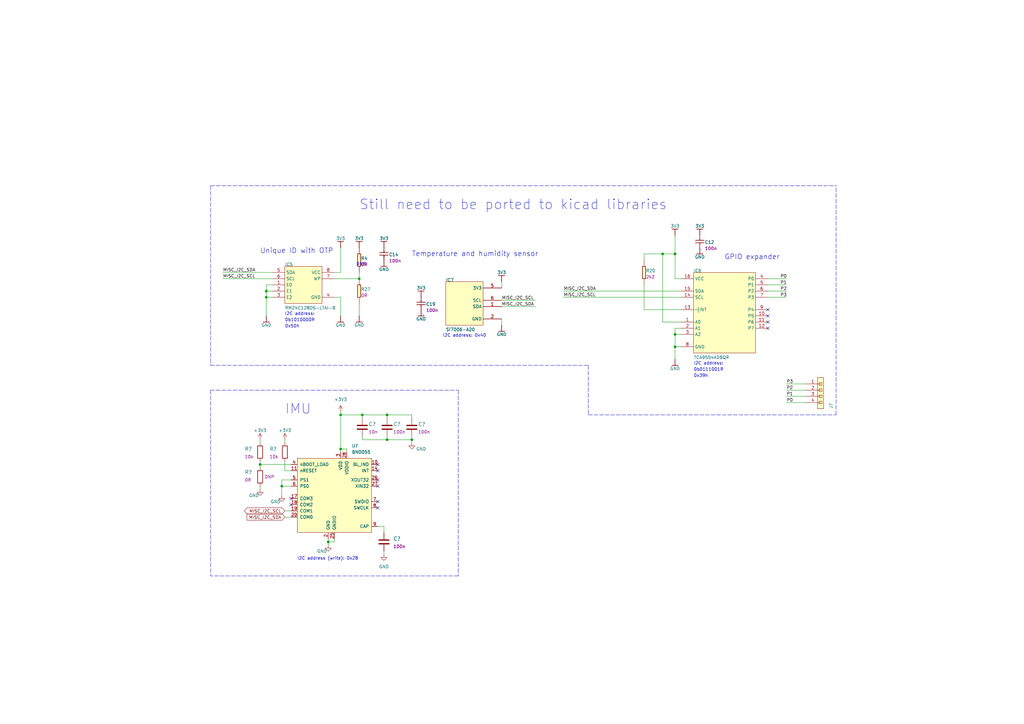
<source format=kicad_sch>
(kicad_sch (version 20211123) (generator eeschema)
  (paper "A3")
  (title_block (date "2022-07-20") (rev "1.0.0"))
  (lib_symbols
    (symbol "Peripherals-altium-import:0_HEADER_1X4_male_angle"
      (property "Value" "0_HEADER_1X4_male_angle" (at 0 0 0))
      (symbol "0_HEADER_1X4_male_angle_1_0"
        (rectangle (start 1.905 -4.572) (end 0.635 -5.588) (fill (type background)))
        (rectangle (start 1.905 -2.032) (end 0.635 -3.048) (fill (type background)))
        (rectangle (start 1.905 0.508) (end 0.635 -0.508) (fill (type background)))
        (rectangle (start 1.905 3.048) (end 0.635 2.032) (fill (type background)))
        (rectangle (start 2.54 5.08) (end 0 -7.62) (fill (type background)))
        (pin passive line (at -5.08 2.54 0) (length 6.35) (name "1") (number "1"))
        (pin passive line (at -5.08 0 0) (length 6.35) (name "2") (number "2"))
        (pin passive line (at -5.08 -2.54 0) (length 6.35) (name "3") (number "3"))
        (pin passive line (at -5.08 -5.08 0) (length 6.35) (name "4") (number "4"))
      )
    )
    (symbol "Peripherals-altium-import:0_RM24C128DS"
      (property "Value" "0_RM24C128DS" (at 0 0 0))
      (symbol "0_RM24C128DS_1_0"
        (rectangle (start 7.62 7.62) (end -7.62 -7.62) (fill (type background)))
        (pin passive line (at -12.7 0 0) (length 5.08) (name "E0") (number "1"))
        (pin passive line (at -12.7 -2.54 0) (length 5.08) (name "E1") (number "2"))
        (pin passive line (at -12.7 -5.08 0) (length 5.08) (name "E2") (number "3"))
        (pin passive line (at 12.7 -5.08 180) (length 5.08) (name "GND") (number "4"))
        (pin passive line (at -12.7 5.08 0) (length 5.08) (name "SDA") (number "5"))
        (pin passive line (at -12.7 2.54 0) (length 5.08) (name "SCL") (number "6"))
        (pin passive line (at 12.7 2.54 180) (length 5.08) (name "WP") (number "7"))
        (pin passive line (at 12.7 5.08 180) (length 5.08) (name "VCC") (number "8"))
      )
    )
    (symbol "Peripherals-altium-import:0_Si7006"
      (property "Value" "0_Si7006" (at 0 0 0))
      (symbol "0_Si7006_1_0"
        (rectangle (start 7.62 7.62) (end -7.62 -10.16) (fill (type background)))
        (pin passive line (at 15.24 -2.54 180) (length 7.62) (name "SDA") (number "1"))
        (pin passive line (at 15.24 -7.62 180) (length 7.62) (name "GND") (number "2"))
        (pin passive line (at 15.24 5.08 180) (length 7.62) (name "3V3") (number "5"))
        (pin passive line (at 15.24 0 180) (length 7.62) (name "SCL") (number "6"))
      )
    )
    (symbol "Peripherals-altium-import:0_TCA9554A"
      (property "Value" "0_TCA9554A" (at 0 0 0))
      (symbol "0_TCA9554A_1_0"
        (rectangle (start 25.4 0) (end 0 -33.02) (fill (type background)))
        (pin passive line (at -5.08 -20.32 0) (length 5.08) (name "A0") (number "1"))
        (pin passive line (at 30.48 -17.78 180) (length 5.08) (name "P5") (number "10"))
        (pin passive line (at 30.48 -20.32 180) (length 5.08) (name "P6") (number "11"))
        (pin passive line (at 30.48 -22.86 180) (length 5.08) (name "P7") (number "12"))
        (pin passive line (at -5.08 -15.24 0) (length 5.08) (name "~{INT") (number "13"))
        (pin passive line (at -5.08 -10.16 0) (length 5.08) (name "SCL") (number "14"))
        (pin passive line (at -5.08 -7.62 0) (length 5.08) (name "SDA") (number "15"))
        (pin passive line (at -5.08 -2.54 0) (length 5.08) (name "VCC") (number "16"))
        (pin passive line (at -5.08 -22.86 0) (length 5.08) (name "A1") (number "2"))
        (pin passive line (at -5.08 -25.4 0) (length 5.08) (name "A2") (number "3"))
        (pin passive line (at 30.48 -2.54 180) (length 5.08) (name "P0") (number "4"))
        (pin passive line (at 30.48 -5.08 180) (length 5.08) (name "P1") (number "5"))
        (pin passive line (at 30.48 -7.62 180) (length 5.08) (name "P2") (number "6"))
        (pin passive line (at 30.48 -10.16 180) (length 5.08) (name "P3") (number "7"))
        (pin passive line (at -5.08 -30.48 0) (length 5.08) (name "GND") (number "8"))
        (pin passive line (at 30.48 -15.24 180) (length 5.08) (name "P4") (number "9"))
      )
    )
    (symbol "Peripherals-altium-import:1_C"
      (property "Value" "1_C" (at 0 0 0))
      (symbol "1_C_1_0"
        (polyline (pts (xy 0 -1.524) (xy 0 -0.508)) (stroke (width 0.254)))
        (polyline (pts (xy 0 1.27) (xy 0 0.508)) (stroke (width 0.254)))
        (polyline (pts (xy 1.778 -0.508) (xy -1.778 -0.508)) (stroke (width 0.254)))
        (polyline (pts (xy 1.778 0.508) (xy -1.778 0.508)) (stroke (width 0.254)))
        (pin passive line (at 0 -2.54 90) (length 2.032) (name "1") (number "1"))
        (pin passive line (at 0 2.54 270) (length 2.032) (name "2") (number "2"))
      )
    )
    (symbol "Peripherals-altium-import:1_R"
      (property "Value" "1_R" (at 0 0 0))
      (symbol "1_R_1_0"
        (rectangle (start 0.635 2.54) (end -0.635 -2.54) (stroke (width 0.254)) (fill (type background)))
        (pin passive line (at 0 -5.08 90) (length 2.54) (name "") (number "1"))
        (pin passive line (at 0 5.08 270) (length 2.54) (name "") (number "2"))
      )
    )
    (symbol "Peripherals-altium-import:3V3" (power)
      (property "Reference" "#PWR" (at 0 0 0))
      (property "Value" "3V3" (at 0 3.81 0))
      (symbol "3V3_0_0"
        (polyline (pts (xy -1.27 -2.54) (xy 1.27 -2.54)) (stroke (width 0.254)))
        (polyline (pts (xy 0 0) (xy 0 -2.54)) (stroke (width 0.254)))
        (pin power_in line (at 0 0 0) (length 0) hide (name "3V3") (number ""))
      )
    )
    (symbol "Peripherals-altium-import:GND" (power)
      (property "Reference" "#PWR" (at 0 0 0))
      (property "Value" "GND" (at 0 3.81 0))
      (symbol "GND_0_0"
        (polyline (pts (xy -1.27 -2.54) (xy 1.27 -2.54)) (stroke (width 0.254)))
        (polyline (pts (xy 0 0) (xy 0 -2.54)) (stroke (width 0.254)))
        (pin power_in line (at 0 0 0) (length 0) hide (name "GND") (number ""))
      )
    )
    (symbol "antmicroCapacitors0402:C_100n_0402" (pin_names (offset 0))
      (property "Reference" "C" (at -1.397 3.429 0))
      (property "Val" "100n" (at 0 -2.54 0))
      (symbol "C_100n_0402_1_1"
        (polyline (pts (xy -2.032 -0.762) (xy 2.032 -0.762)) (stroke (width 0.508)))
        (polyline (pts (xy -2.032 0.762) (xy 2.032 0.762)) (stroke (width 0.508)))
        (pin passive line (at 0 3.81 270) (length 2.794) (name "~") (number "1"))
        (pin passive line (at 0 -3.81 90) (length 2.794) (name "~") (number "2"))
      )
    )
    (symbol "antmicroCapacitors0402:C_10n_0402" (pin_names (offset 0))
      (property "Reference" "C" (at -1.397 3.429 0))
      (property "Val" "10n" (at 0 -2.54 0))
      (symbol "C_10n_0402_1_1"
        (polyline (pts (xy -2.032 -0.762) (xy 2.032 -0.762)) (stroke (width 0.508)))
        (polyline (pts (xy -2.032 0.762) (xy 2.032 0.762)) (stroke (width 0.508)))
        (pin passive line (at 0 3.81 270) (length 2.794) (name "~") (number "1"))
        (pin passive line (at 0 -3.81 90) (length 2.794) (name "~") (number "2"))
      )
    )
    (symbol "antmicroMotionSensorsIMUsInertialMeasurementUnits:BNO055" (pin_names (offset 1.016))
      (property "Reference" "U" (at -15.24 13.97 0))
      (property "Value" "BNO055" (at 0 -2.54 0))
      (symbol "BNO055_0_1"
        (rectangle (start -15.24 12.7) (end 15.24 -17.78) (fill (type background)))
      )
      (symbol "BNO055_1_1"
        (pin no_connect line (at 45.72 -30.48 180) (length 2.54) hide (name "PIN1") (number "1"))
        (pin output line (at 17.78 10.16 180) (length 2.54) (name "BL_IND") (number "10"))
        (pin input line (at -17.78 7.62 0) (length 2.54) (name "nRESET") (number "11"))
        (pin no_connect line (at 45.72 -16.51 180) (length 2.54) hide (name "PIN12") (number "12"))
        (pin no_connect line (at 45.72 -13.97 180) (length 2.54) hide (name "PIN13") (number "13"))
        (pin output line (at 17.78 7.62 180) (length 2.54) (name "INT") (number "14"))
        (pin no_connect line (at 45.085 -22.225 180) (length 2.54) hide (name "PIN15") (number "15"))
        (pin no_connect line (at 45.085 -19.685 180) (length 2.54) hide (name "PIN16") (number "16"))
        (pin input line (at -17.78 -3.81 0) (length 2.54) (name "COM3") (number "17"))
        (pin input line (at -17.78 -6.35 0) (length 2.54) (name "COM2") (number "18"))
        (pin input line (at -17.78 -8.89 0) (length 2.54) (name "COM1") (number "19"))
        (pin power_in line (at -2.54 -20.32 90) (length 2.54) (name "GND") (number "2"))
        (pin input line (at -17.78 -11.43 0) (length 2.54) (name "COM0") (number "20"))
        (pin no_connect line (at 45.72 -11.43 180) (length 2.54) hide (name "PIN21") (number "21"))
        (pin no_connect line (at 45.72 -8.89 180) (length 2.54) hide (name "PIN22") (number "22"))
        (pin no_connect line (at 45.72 -6.35 180) (length 2.54) hide (name "PIN23") (number "23"))
        (pin no_connect line (at 45.72 -3.81 180) (length 2.54) hide (name "PIN24") (number "24"))
        (pin power_in line (at 0 -20.32 90) (length 2.54) (name "GNDIO") (number "25"))
        (pin output line (at 17.78 3.81 180) (length 2.54) (name "XOUT32") (number "26"))
        (pin input line (at 17.78 1.27 180) (length 2.54) (name "XIN32") (number "27"))
        (pin power_in line (at 5.08 15.24 270) (length 2.54) (name "VDDIO") (number "28"))
        (pin power_in line (at 2.54 15.24 270) (length 2.54) (name "VDD") (number "3"))
        (pin input line (at -17.78 10.16 0) (length 2.54) (name "nBOOT_LOAD") (number "4"))
        (pin input line (at -17.78 3.81 0) (length 2.54) (name "PS1") (number "5"))
        (pin input line (at -17.78 1.27 0) (length 2.54) (name "PS0") (number "6"))
        (pin bidirectional line (at 17.78 -5.08 180) (length 2.54) (name "SWDIO") (number "7"))
        (pin input line (at 17.78 -7.62 180) (length 2.54) (name "SWCLK") (number "8"))
        (pin passive line (at 17.78 -15.24 180) (length 2.54) (name "CAP") (number "9"))
      )
    )
    (symbol "antmicroResistors0402:R_0R_0402" (pin_names (offset 0))
      (property "Reference" "R" (at -1.397 3.429 0))
      (property "Val" "0R" (at 0 -2.54 0))
      (symbol "R_0R_0402_1_1"
        (rectangle (start 2.54 -1.016) (end -2.54 1.016) (stroke (width 0.254)))
        (pin passive line (at -3.81 0 0) (length 1.27) (name "~") (number "1"))
        (pin passive line (at 3.81 0 180) (length 1.27) (name "~") (number "2"))
      )
    )
    (symbol "antmicroResistors0402:R_10k_0402" (pin_names (offset 0))
      (property "Reference" "R" (at -1.397 3.429 0))
      (property "Val" "10k" (at 0 -2.54 0))
      (symbol "R_10k_0402_1_1"
        (rectangle (start 2.54 -1.016) (end -2.54 1.016) (stroke (width 0.254)))
        (pin passive line (at -3.81 0 0) (length 1.27) (name "~") (number "1"))
        (pin passive line (at 3.81 0 180) (length 1.27) (name "~") (number "2"))
      )
    )
    (symbol "power:+3V3" (power) (pin_names (offset 0))
      (property "Value" "+3V3" (at 0 3.556 0))
      (symbol "+3V3_0_1"
        (polyline (pts (xy -0.762 1.27) (xy 0 2.54)))
        (polyline (pts (xy 0 0) (xy 0 2.54)))
        (polyline (pts (xy 0 2.54) (xy 0.762 1.27)))
      )
      (symbol "+3V3_1_1"
        (pin power_in line (at 0 0 90) (length 0) hide (name "+3V3") (number "1"))
      )
    )
    (symbol "power:GND" (power) (pin_names (offset 0))
      (property "Value" "GND" (at 0 -3.81 0))
      (symbol "GND_0_1"
        (polyline (pts (xy 0 0) (xy 0 -1.27) (xy 1.27 -1.27) (xy 0 -2.54) (xy -1.27 -1.27) (xy 0 -1.27)))
      )
      (symbol "GND_1_1"
        (pin power_in line (at 0 0 270) (length 0) hide (name "GND") (number "1"))
      )
    )
  )
  (junction (at 148.59 170.18))
  (junction (at 276.86 104.14))
  (junction (at 168.91 180.34))
  (junction (at 276.86 142.24))
  (junction (at 158.75 170.18))
  (junction (at 271.78 104.14))
  (junction (at 109.22 121.92))
  (junction (at 276.86 137.16))
  (junction (at 109.22 119.38))
  (junction (at 134.62 222.25))
  (junction (at 106.68 190.5))
  (junction (at 158.75 180.34))
  (junction (at 115.57 199.39))
  (junction (at 139.7 170.18))
  (junction (at 139.7 184.15))
  (junction (at 147.32 114.3))
  (no_connect (at 314.96 127))
  (no_connect (at 119.38 204.47))
  (no_connect (at 154.94 193.04))
  (no_connect (at 154.94 205.74))
  (no_connect (at 154.94 208.28))
  (no_connect (at 154.94 190.5))
  (no_connect (at 119.38 207.01))
  (no_connect (at 314.96 134.62))
  (no_connect (at 154.94 199.39))
  (no_connect (at 154.94 196.85))
  (no_connect (at 314.96 129.54))
  (no_connect (at 314.96 132.08))
  (wire (pts (xy 158.75 170.18) (xy 158.75 171.45)))
  (wire (pts (xy 276.86 104.14) (xy 276.86 96.52)))
  (wire (pts (xy 139.7 170.18) (xy 139.7 184.15)))
  (wire (pts (xy 279.4 137.16) (xy 276.86 137.16)))
  (wire (pts (xy 276.86 137.16) (xy 276.86 142.24)))
  (wire (pts (xy 142.24 184.15) (xy 142.24 185.42)))
  (wire (pts (xy 111.76 121.92) (xy 109.22 121.92)))
  (wire (pts (xy 111.76 119.38) (xy 109.22 119.38)))
  (wire (pts (xy 148.59 170.18) (xy 148.59 171.45)))
  (wire (pts (xy 148.59 179.07) (xy 148.59 180.34)))
  (wire (pts (xy 116.84 180.34) (xy 116.84 181.61)))
  (polyline (pts (xy 342.9 170.18) (xy 342.9 76.2)))
  (polyline (pts (xy 86.36 76.2) (xy 342.9 76.2)))
  (wire (pts (xy 137.16 121.92) (xy 139.7 121.92)))
  (wire (pts (xy 205.74 133.35) (xy 205.74 130.81)))
  (wire (pts (xy 279.4 134.62) (xy 276.86 134.62)))
  (wire (pts (xy 322.58 116.84) (xy 314.96 116.84)))
  (wire (pts (xy 168.91 179.07) (xy 168.91 180.34)))
  (wire (pts (xy 279.4 114.3) (xy 276.86 114.3)))
  (polyline (pts (xy 86.36 76.2) (xy 86.36 149.86)))
  (wire (pts (xy 271.78 132.08) (xy 271.78 104.14)))
  (wire (pts (xy 276.86 134.62) (xy 276.86 137.16)))
  (wire (pts (xy 116.84 193.04) (xy 119.38 193.04)))
  (wire (pts (xy 137.16 220.98) (xy 137.16 222.25)))
  (wire (pts (xy 330.2 162.56) (xy 322.58 162.56)))
  (wire (pts (xy 147.32 114.3) (xy 147.32 111.76)))
  (wire (pts (xy 148.59 180.34) (xy 158.75 180.34)))
  (wire (pts (xy 205.74 118.11) (xy 205.74 115.57)))
  (wire (pts (xy 115.57 199.39) (xy 119.38 199.39)))
  (polyline (pts (xy 241.3 149.86) (xy 241.3 170.18)))
  (wire (pts (xy 115.57 196.85) (xy 115.57 199.39)))
  (wire (pts (xy 276.86 114.3) (xy 276.86 104.14)))
  (wire (pts (xy 106.68 199.39) (xy 106.68 200.66)))
  (polyline (pts (xy 187.96 236.22) (xy 86.36 236.22)))
  (wire (pts (xy 157.48 226.06) (xy 157.48 227.33)))
  (wire (pts (xy 330.2 157.48) (xy 322.58 157.48)))
  (wire (pts (xy 322.58 121.92) (xy 314.96 121.92)))
  (wire (pts (xy 139.7 121.92) (xy 139.7 129.54)))
  (wire (pts (xy 111.76 111.76) (xy 91.44 111.76)))
  (polyline (pts (xy 187.96 160.02) (xy 187.96 236.22)))
  (wire (pts (xy 111.76 114.3) (xy 91.44 114.3)))
  (wire (pts (xy 106.68 189.23) (xy 106.68 190.5)))
  (wire (pts (xy 109.22 116.84) (xy 109.22 119.38)))
  (wire (pts (xy 119.38 209.55) (xy 116.84 209.55)))
  (wire (pts (xy 139.7 170.18) (xy 148.59 170.18)))
  (wire (pts (xy 115.57 199.39) (xy 115.57 203.2)))
  (wire (pts (xy 109.22 121.92) (xy 109.22 129.54)))
  (wire (pts (xy 205.74 123.19) (xy 219.71 123.19)))
  (wire (pts (xy 279.4 142.24) (xy 276.86 142.24)))
  (wire (pts (xy 168.91 180.34) (xy 168.91 181.61)))
  (wire (pts (xy 157.48 215.9) (xy 157.48 218.44)))
  (wire (pts (xy 139.7 168.91) (xy 139.7 170.18)))
  (wire (pts (xy 279.4 132.08) (xy 271.78 132.08)))
  (wire (pts (xy 264.16 127) (xy 264.16 116.84)))
  (wire (pts (xy 111.76 116.84) (xy 109.22 116.84)))
  (wire (pts (xy 139.7 111.76) (xy 139.7 101.6)))
  (wire (pts (xy 134.62 220.98) (xy 134.62 222.25)))
  (wire (pts (xy 231.14 121.92) (xy 279.4 121.92)))
  (wire (pts (xy 139.7 184.15) (xy 139.7 185.42)))
  (wire (pts (xy 322.58 119.38) (xy 314.96 119.38)))
  (wire (pts (xy 148.59 170.18) (xy 158.75 170.18)))
  (wire (pts (xy 168.91 180.34) (xy 158.75 180.34)))
  (wire (pts (xy 106.68 190.5) (xy 106.68 191.77)))
  (wire (pts (xy 137.16 111.76) (xy 139.7 111.76)))
  (wire (pts (xy 322.58 114.3) (xy 314.96 114.3)))
  (polyline (pts (xy 241.3 170.18) (xy 342.9 170.18)))
  (wire (pts (xy 109.22 119.38) (xy 109.22 121.92)))
  (wire (pts (xy 106.68 180.34) (xy 106.68 181.61)))
  (wire (pts (xy 205.74 125.73) (xy 219.71 125.73)))
  (polyline (pts (xy 86.36 160.02) (xy 187.96 160.02)))
  (wire (pts (xy 139.7 184.15) (xy 142.24 184.15)))
  (wire (pts (xy 279.4 127) (xy 264.16 127)))
  (wire (pts (xy 119.38 196.85) (xy 115.57 196.85)))
  (wire (pts (xy 330.2 165.1) (xy 322.58 165.1)))
  (wire (pts (xy 264.16 104.14) (xy 271.78 104.14)))
  (wire (pts (xy 158.75 170.18) (xy 168.91 170.18)))
  (wire (pts (xy 158.75 180.34) (xy 158.75 179.07)))
  (wire (pts (xy 116.84 189.23) (xy 116.84 193.04)))
  (wire (pts (xy 106.68 190.5) (xy 119.38 190.5)))
  (wire (pts (xy 137.16 114.3) (xy 147.32 114.3)))
  (polyline (pts (xy 86.36 160.02) (xy 86.36 236.22)))
  (polyline (pts (xy 86.36 149.86) (xy 241.3 149.86)))
  (wire (pts (xy 116.84 212.09) (xy 119.38 212.09)))
  (wire (pts (xy 134.62 222.25) (xy 134.62 223.52)))
  (wire (pts (xy 168.91 170.18) (xy 168.91 171.45)))
  (wire (pts (xy 330.2 160.02) (xy 322.58 160.02)))
  (wire (pts (xy 134.62 222.25) (xy 137.16 222.25)))
  (wire (pts (xy 264.16 106.68) (xy 264.16 104.14)))
  (wire (pts (xy 231.14 119.38) (xy 279.4 119.38)))
  (wire (pts (xy 147.32 129.54) (xy 147.32 124.46)))
  (wire (pts (xy 154.94 215.9) (xy 157.48 215.9)))
  (wire (pts (xy 276.86 142.24) (xy 276.86 147.32)))
  (wire (pts (xy 271.78 104.14) (xy 276.86 104.14)))
  (text "0x50h" (at 116.84 134.62 180) (effects (font (size 1.27 1.27)) (justify left bottom)))
  (text "DNP" (at 146.05 109.22 180) (effects (font (size 1.27 1.27)) (justify left bottom)))
  (text "0b0111001R" (at 284.48 152.4 180) (effects (font (size 1.27 1.27)) (justify left bottom)))
  (text "I2C address:" (at 284.48 149.86 180) (effects (font (size 1.27 1.27)) (justify left bottom)))
  (text "I2C address (write): 0x28" (at 121.92 229.87 180) (effects (font (size 1.27 1.27)) (justify left bottom)))
  (text "I2C address:" (at 116.84 129.54 180) (effects (font (size 1.27 1.27)) (justify left bottom)))
  (text "0b1010000R" (at 116.84 132.08 180) (effects (font (size 1.27 1.27)) (justify left bottom)))
  (text "IMU" (at 116.84 170.18 180) (effects (font (size 4 4)) (justify left bottom)))
  (text "Temperature and humidity sensor" (at 168.91 105.41 180) (effects (font (size 2.032 2.032)) (justify left bottom)))
  (text "Still need to be ported to kicad libraries" (at 147.32 86.36 0) (effects (font (size 4 4)) (justify left bottom)))
  (text "0x39h" (at 284.48 154.94 180) (effects (font (size 1.27 1.27)) (justify left bottom)))
  (text "Unique ID with OTP" (at 106.68 104.14 180) (effects (font (size 2.032 2.032)) (justify left bottom)))
  (text "I2C address: 0x40" (at 181.61 138.43 180) (effects (font (size 1.27 1.27)) (justify left bottom)))
  (text "GPIO expander" (at 297.18 106.68 180) (effects (font (size 2.032 2.032)) (justify left bottom)))
  (label "P1" (at 322.58 162.56 0))
  (label "P2" (at 320.04 119.38 0))
  (label "P3" (at 322.58 157.48 0))
  (label "MISC_I2C_SCL" (at 205.74 123.19 0))
  (label "P3" (at 320.04 121.92 0))
  (label "P1" (at 320.04 116.84 0))
  (label "MISC_I2C_SDA" (at 231.14 119.38 0))
  (label "MISC_I2C_SDA" (at 205.74 125.73 0))
  (label "P0" (at 322.58 165.1 0))
  (label "MISC_I2C_SCL" (at 91.44 114.3 0))
  (label "P0" (at 320.04 114.3 0))
  (label "MISC_I2C_SDA" (at 91.44 111.76 0))
  (label "MISC_I2C_SCL" (at 231.14 121.92 0))
  (label "P2" (at 322.58 160.02 0))
  (global_label "MISC_I2C_SDA" (shape input) (at 116.84 212.09 180) (property "Intersheet References" "${INTERSHEET_REFS}" (effects hide)))
  (global_label "MISC_I2C_SCL" (shape bidirectional) (at 116.84 209.55 180) (property "Intersheet References" "${INTERSHEET_REFS}" (effects hide)))
  (symbol (lib_id "power:GND") (at 168.91 181.61 0) (unit 1)
    (property "Reference" "#PWR?" (effects hide))
    (property "Value" "GND" (at 172.72 184.15 0))
  )
  (symbol (lib_id "Peripherals-altium-import:1_C") (at 287.02 99.06 0) (unit 1)
    (property "Reference" "C12" (at 289.052 100.076 0) (effects (justify left bottom)))
    (property "Value" "${ALTIUM_VALUE}" (effects hide))
    (property "Footprint" "0603" (effects hide))
    (property "PART NUMBER" "C_100n_0603" (effects hide))
    (property "ALTIUM_VALUE" "100n" (at 289.052 102.616 0) (effects (justify left bottom)))
    (property "SUPPLIER 1" "Farnell" (effects hide))
    (property "SUPPLIER PART NUMBER 1" "2496834" (effects hide))
    (property "MANUFACTURER" "WALSIN" (effects hide))
    (property "PART SYMBOL" "0603B104K500CT" (effects hide))
  )
  (symbol (lib_id "Peripherals-altium-import:1_R") (at 264.16 111.76 0) (unit 1)
    (property "Reference" "R20" (at 264.922 111.76 0) (effects (justify left bottom)))
    (property "Value" "${ALTIUM_VALUE}" (effects hide))
    (property "Footprint" "0603" (effects hide))
    (property "PART NUMBER" "R_2k2_0603" (effects hide))
    (property "ALTIUM_VALUE" "2k2" (at 264.922 114.3 0) (effects (justify left bottom)))
    (property "SUPPLIER 1" "Farnell" (effects hide))
    (property "SUPPLIER PART NUMBER 1" "2073429" (effects hide))
    (property "MANUFACTURER" "MULTICOMP" (effects hide))
    (property "PART SYMBOL" "MCMR06X2201FTL" (effects hide))
  )
  (symbol (lib_id "power:GND") (at 134.62 223.52 0) (unit 1)
    (property "Reference" "#PWR?" (effects hide))
    (property "Value" "GND" (at 132.08 226.06 0))
  )
  (symbol (lib_id "Peripherals-altium-import:0_RM24C128DS") (at 124.46 116.84 0) (unit 1)
    (property "Reference" "IC5" (at 116.84 109.22 0) (effects (justify left bottom)))
    (property "Value" "${ALTIUM_VALUE}" (at 116.84 127 0) (effects (justify left bottom)))
    (property "Footprint" "TSSOP-8" (effects hide))
    (property "PART NUMBER" "RM24C128DS" (effects hide))
    (property "ALTIUM_VALUE" "RM24C128DS-LTAI-B" (effects hide))
    (property "SUPPLIER 1" "Digi-Key" (effects hide))
    (property "SUPPLIER PART NUMBER 1" "1265-1249-ND" (effects hide))
    (property "SUPPLIER 2" "Mouser" (effects hide))
    (property "SUPPLIER PART NUMBER 2" "988-RM24C128DSLTAIB" (effects hide))
    (property "MANUFACTURER" "Adesto" (effects hide))
    (property "PART SYMBOL" "RM24C128DS-LTAI-B" (effects hide))
  )
  (symbol (lib_id "Peripherals-altium-import:GND") (at 287.02 101.6 0) (unit 1)
    (property "Reference" "#PWR?" (effects hide))
    (property "Value" "GND" (at 287.02 105.41 0))
  )
  (symbol (lib_id "Peripherals-altium-import:1_R") (at 147.32 119.38 0) (unit 1)
    (property "Reference" "R27" (at 148.082 119.38 0) (effects (justify left bottom)))
    (property "Value" "${ALTIUM_VALUE}" (effects hide))
    (property "Footprint" "0603" (effects hide))
    (property "PART NUMBER" "R_0R_0603" (effects hide))
    (property "ALTIUM_VALUE" "0R" (at 148.082 121.92 0) (effects (justify left bottom)))
    (property "TOLERANCE" "5%" (effects hide))
    (property "SUPPLIER 1" "Farnell" (effects hide))
    (property "SUPPLIER PART NUMBER 1" "2008343" (effects hide))
    (property "MANUFACTURER" "BOURNS" (effects hide))
    (property "PART SYMBOL" "CR0603-J/-000ELF" (effects hide))
  )
  (symbol (lib_id "Peripherals-altium-import:GND") (at 205.74 133.35 0) (unit 1)
    (property "Reference" "#PWR?" (effects hide))
    (property "Value" "GND" (at 205.74 137.16 0))
  )
  (symbol (lib_id "Peripherals-altium-import:GND") (at 147.32 129.54 0) (unit 1)
    (property "Reference" "#PWR?" (effects hide))
    (property "Value" "GND" (at 147.32 133.35 0))
  )
  (symbol (lib_id "Peripherals-altium-import:3V3") (at 287.02 96.52 180) (unit 1)
    (property "Reference" "#PWR?" (effects hide))
    (property "Value" "3V3" (at 287.02 92.71 0))
  )
  (symbol (lib_id "power:+3V3") (at 106.68 180.34 0) (unit 1)
    (property "Reference" "#PWR?" (effects hide))
    (property "Value" "+3V3" (at 106.68 176.53 0))
  )
  (symbol (lib_id "antmicroCapacitors0402:C_10n_0402") (at 148.59 175.26 0) (unit 1)
    (property "Reference" "C?" (at 151.13 173.99 0) (effects (font (size 1.524 1.524)) (justify left)))
    (property "Value" "C_10n_0402" (effects hide))
    (property "Footprint" "antmicro-footprints:0402-cap" (effects hide))
    (property "Manufacturer" "AVX" (effects hide))
    (property "MPN" "04025G103ZAT2A" (effects hide))
    (property "Val" "10n" (at 151.13 177.1649 0) (effects (justify left)))
  )
  (symbol (lib_id "antmicroResistors0402:R_10k_0402") (at 106.68 185.42 90) (unit 1)
    (property "Reference" "R?" (at 100.33 184.15 90) (effects (font (size 1.524 1.524)) (justify right)))
    (property "Value" "R_10k_0402" (effects hide))
    (property "Footprint" "antmicro-footprints:0402-res" (effects hide))
    (property "Manufacturer" "VISHAY" (effects hide))
    (property "MPN" "CRCW040210K0FKEDHP" (effects hide))
    (property "Val" "10k" (at 100.33 187.3249 90) (effects (justify right)))
  )
  (symbol (lib_id "Peripherals-altium-import:GND") (at 139.7 129.54 0) (unit 1)
    (property "Reference" "#PWR?" (effects hide))
    (property "Value" "GND" (at 139.7 133.35 0))
  )
  (symbol (lib_id "Peripherals-altium-import:GND") (at 276.86 147.32 0) (unit 1)
    (property "Reference" "#PWR?" (effects hide))
    (property "Value" "GND" (at 276.86 151.13 0))
  )
  (symbol (lib_id "Peripherals-altium-import:GND") (at 157.48 106.68 0) (unit 1)
    (property "Reference" "#PWR?" (effects hide))
    (property "Value" "GND" (at 157.48 110.49 0))
  )
  (symbol (lib_id "Peripherals-altium-import:3V3") (at 147.32 101.6 180) (unit 1)
    (property "Reference" "#PWR?" (effects hide))
    (property "Value" "3V3" (at 147.32 97.79 0))
  )
  (symbol (lib_id "Peripherals-altium-import:3V3") (at 157.48 101.6 180) (unit 1)
    (property "Reference" "#PWR?" (effects hide))
    (property "Value" "3V3" (at 157.48 97.79 0))
  )
  (symbol (lib_id "power:+3V3") (at 139.7 168.91 0) (unit 1)
    (property "Reference" "#PWR?" (effects hide))
    (property "Value" "+3V3" (at 139.7 163.83 0))
  )
  (symbol (lib_id "antmicroResistors0402:R_0R_0402") (at 106.68 195.58 270) (unit 1)
    (property "Reference" "R?" (at 100.33 193.6751 90) (effects (font (size 1.524 1.524)) (justify left)))
    (property "Value" "R_0R_0402" (effects hide))
    (property "Footprint" "antmicro-footprints:0402-res" (effects hide))
    (property "Manufacturer" "PANASONIC" (effects hide))
    (property "MPN" "ERJ2GE0R00X" (effects hide))
    (property "Val" "0R" (at 100.33 196.85 90) (effects (justify left)))
    (property "DNP" "DNP" (at 110.49 195.58 90))
  )
  (symbol (lib_id "Peripherals-altium-import:3V3") (at 139.7 101.6 180) (unit 1)
    (property "Reference" "#PWR?" (effects hide))
    (property "Value" "3V3" (at 139.7 97.79 0))
  )
  (symbol (lib_id "antmicroCapacitors0402:C_100n_0402") (at 168.91 175.26 0) (unit 1)
    (property "Reference" "C?" (at 171.45 173.99 0) (effects (font (size 1.524 1.524)) (justify left)))
    (property "Value" "C_100n_0402" (effects hide))
    (property "Footprint" "antmicro-footprints:0402-cap" (effects hide))
    (property "Manufacturer" "Murata" (effects hide))
    (property "MPN" "GRM155R61H104KE14D" (effects hide))
    (property "Val" "100n" (at 171.45 177.1649 0) (effects (justify left)))
  )
  (symbol (lib_id "antmicroCapacitors0402:C_100n_0402") (at 157.48 222.25 0) (unit 1)
    (property "Reference" "C?" (at 161.29 220.98 0) (effects (font (size 1.524 1.524)) (justify left)))
    (property "Value" "C_100n_0402" (effects hide))
    (property "Footprint" "antmicro-footprints:0402-cap" (effects hide))
    (property "Manufacturer" "Murata" (effects hide))
    (property "MPN" "GRM155R61H104KE14D" (effects hide))
    (property "Val" "100n" (at 161.29 224.1549 0) (effects (justify left)))
  )
  (symbol (lib_id "Peripherals-altium-import:3V3") (at 276.86 96.52 180) (unit 1)
    (property "Reference" "#PWR?" (effects hide))
    (property "Value" "3V3" (at 276.86 92.71 0))
  )
  (symbol (lib_id "Peripherals-altium-import:0_HEADER_1X4_male_angle") (at 335.28 160.02 0) (unit 1)
    (property "Reference" "J7" (at 341.63 167.64 90) (effects (justify left bottom)))
    (property "Value" "*" (effects hide))
    (property "Footprint" "HEADER_1X4_male 2.54mm angle" (effects hide))
    (property "PARTNUMBER" "HEADER_1X4_male_angle" (effects hide))
  )
  (symbol (lib_id "Peripherals-altium-import:1_C") (at 172.72 124.46 0) (unit 1)
    (property "Reference" "C19" (at 174.752 125.476 0) (effects (justify left bottom)))
    (property "Value" "${ALTIUM_VALUE}" (effects hide))
    (property "Footprint" "0402" (effects hide))
    (property "PART NUMBER" "C_100n_0402" (effects hide))
    (property "ALTIUM_VALUE" "100n" (at 174.752 128.016 0) (effects (justify left bottom)))
    (property "SUPPLIER 1" "Farnell" (effects hide))
    (property "SUPPLIER PART NUMBER 1" "2309011" (effects hide))
    (property "MANUFACTURER" "MULTICOMP" (effects hide))
    (property "PART SYMBOL" "MC0402X104M100CT" (effects hide))
  )
  (symbol (lib_id "antmicroCapacitors0402:C_100n_0402") (at 158.75 175.26 0) (unit 1)
    (property "Reference" "C?" (at 161.29 173.99 0) (effects (font (size 1.524 1.524)) (justify left)))
    (property "Value" "C_100n_0402" (effects hide))
    (property "Footprint" "antmicro-footprints:0402-cap" (effects hide))
    (property "Manufacturer" "Murata" (effects hide))
    (property "MPN" "GRM155R61H104KE14D" (effects hide))
    (property "Val" "100n" (at 161.29 177.1649 0) (effects (justify left)))
  )
  (symbol (lib_id "power:GND") (at 157.48 227.33 0) (unit 1)
    (property "Reference" "#PWR?" (effects hide))
    (property "Value" "GND" (at 157.48 232.41 0))
  )
  (symbol (lib_id "power:GND") (at 106.68 200.66 0) (unit 1)
    (property "Reference" "#PWR?" (effects hide))
    (property "Value" "GND" (at 104.14 203.2 0))
  )
  (symbol (lib_id "power:+3V3") (at 116.84 180.34 0) (unit 1)
    (property "Reference" "#PWR?" (effects hide))
    (property "Value" "+3V3" (at 116.84 176.53 0))
  )
  (symbol (lib_id "Peripherals-altium-import:GND") (at 109.22 129.54 0) (unit 1)
    (property "Reference" "#PWR?" (effects hide))
    (property "Value" "GND" (at 109.22 133.35 0))
  )
  (symbol (lib_id "Peripherals-altium-import:1_R") (at 147.32 106.68 0) (unit 1)
    (property "Reference" "R4" (at 148.082 106.68 0) (effects (justify left bottom)))
    (property "Value" "${ALTIUM_VALUE}" (effects hide))
    (property "Footprint" "0603" (effects hide))
    (property "PART NUMBER" "R_0R_0603" (effects hide))
    (property "ALTIUM_VALUE" "0R" (at 148.082 109.22 0) (effects (justify left bottom)))
    (property "TOLERANCE" "5%" (effects hide))
    (property "SUPPLIER 1" "Farnell" (effects hide))
    (property "SUPPLIER PART NUMBER 1" "2008343" (effects hide))
    (property "MANUFACTURER" "BOURNS" (effects hide))
    (property "PART SYMBOL" "CR0603-J/-000ELF" (effects hide))
  )
  (symbol (lib_id "Peripherals-altium-import:GND") (at 172.72 127 0) (unit 1)
    (property "Reference" "#PWR?" (effects hide))
    (property "Value" "GND" (at 172.72 130.81 0))
  )
  (symbol (lib_id "Peripherals-altium-import:3V3") (at 205.74 115.57 180) (unit 1)
    (property "Reference" "#PWR?" (effects hide))
    (property "Value" "3V3" (at 205.74 111.76 0))
  )
  (symbol (lib_id "Peripherals-altium-import:3V3") (at 172.72 121.92 180) (unit 1)
    (property "Reference" "#PWR?" (effects hide))
    (property "Value" "3V3" (at 172.72 118.11 0))
  )
  (symbol (lib_id "antmicroResistors0402:R_10k_0402") (at 116.84 185.42 90) (unit 1)
    (property "Reference" "R?" (at 110.49 184.15 90) (effects (font (size 1.524 1.524)) (justify right)))
    (property "Value" "R_10k_0402" (effects hide))
    (property "Footprint" "antmicro-footprints:0402-res" (effects hide))
    (property "Manufacturer" "VISHAY" (effects hide))
    (property "MPN" "CRCW040210K0FKEDHP" (effects hide))
    (property "Val" "10k" (at 110.49 187.3249 90) (effects (justify right)))
  )
  (symbol (lib_id "Peripherals-altium-import:0_Si7006") (at 190.5 123.19 0) (unit 1)
    (property "Reference" "IC7" (at 182.88 115.57 0) (effects (justify left bottom)))
    (property "Value" "${ALTIUM_VALUE}" (at 182.88 135.89 0) (effects (justify left bottom)))
    (property "Footprint" "Si7006-A20" (effects hide))
    (property "PART NUMBER" "Si7006-A20" (effects hide))
    (property "ALTIUM_VALUE" "Si7006-A20" (effects hide))
    (property "SUPPLIER 1" "Digi-Key" (effects hide))
    (property "SUPPLIER PART NUMBER 1" "336-3124-ND" (effects hide))
    (property "MANUFACTURER" "Silicon Labs" (effects hide))
    (property "PART SYMBOL" "SI7006-A20-IM" (effects hide))
  )
  (symbol (lib_id "antmicroMotionSensorsIMUsInertialMeasurementUnits:BNO055") (at 137.16 200.66 0) (unit 1)
    (property "Reference" "U?" (at 144.2594 182.88 0) (effects (justify left)))
    (property "Value" "BNO055" (at 144.2594 185.42 0) (effects (justify left)))
    (property "Footprint" "antmicro-footprints:LGA-28_5.2x3.8mm_BNO0055" (effects hide))
    (property "Datasheet" "https://ae-bst.resource.bosch.com/media/_tech/media/datasheets/BST-BNO055-DS000.pdf" (effects hide))
    (property "MPN" "BNO055" (effects hide))
    (property "Manufacturer" "Bosch Sensortec" (effects hide))
  )
  (symbol (lib_id "Peripherals-altium-import:0_TCA9554A") (at 284.48 111.76 0) (unit 1)
    (property "Reference" "IC6" (at 284.48 111.76 0) (effects (justify left bottom)))
    (property "Value" "${ALTIUM_VALUE}" (at 284.48 147.32 0) (effects (justify left bottom)))
    (property "Footprint" "DBQ0016A" (effects hide))
    (property "PARTNUMBER" "TCA9554ADBQR" (effects hide))
    (property "ALTIUM_VALUE" "TCA9554ADBQR" (effects hide))
    (property "SUPPLIER1" "Farnell" (effects hide))
    (property "SUPPLIERPARTNUMBER1" "2499014" (effects hide))
    (property "MANUFACTURER" "Texas Instruments" (effects hide))
    (property "MPN" "TCA9554ADBQR" (effects hide))
  )
  (symbol (lib_id "Peripherals-altium-import:1_C") (at 157.48 104.14 0) (unit 1)
    (property "Reference" "C14" (at 159.512 105.156 0) (effects (justify left bottom)))
    (property "Value" "${ALTIUM_VALUE}" (effects hide))
    (property "Footprint" "0603" (effects hide))
    (property "PART NUMBER" "C_100n_0603" (effects hide))
    (property "ALTIUM_VALUE" "100n" (at 159.512 107.696 0) (effects (justify left bottom)))
    (property "SUPPLIER 1" "Farnell" (effects hide))
    (property "SUPPLIER PART NUMBER 1" "2496834" (effects hide))
    (property "MANUFACTURER" "WALSIN" (effects hide))
    (property "PART SYMBOL" "0603B104K500CT" (effects hide))
  )
  (symbol (lib_id "power:GND") (at 115.57 203.2 0) (unit 1)
    (property "Reference" "#PWR?" (effects hide))
    (property "Value" "GND" (at 113.03 205.74 0))
  )
)
</source>
